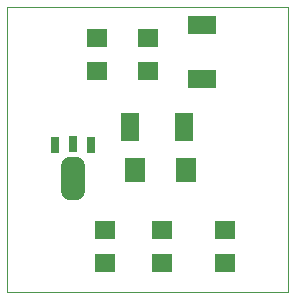
<source format=gbp>
G75*
%MOIN*%
%OFA0B0*%
%FSLAX24Y24*%
%IPPOS*%
%LPD*%
%AMOC8*
5,1,8,0,0,1.08239X$1,22.5*
%
%ADD10C,0.0000*%
%ADD11R,0.0709X0.0630*%
%ADD12R,0.0700X0.0800*%
%ADD13R,0.0315X0.0551*%
%ADD14C,0.0600*%
%ADD15R,0.0945X0.0591*%
%ADD16R,0.0591X0.0945*%
D10*
X000535Y000300D02*
X000535Y009796D01*
X009905Y009796D01*
X009905Y000300D01*
X000535Y000300D01*
D11*
X003785Y001249D03*
X003785Y002351D03*
X005685Y002351D03*
X005685Y001249D03*
X007785Y001249D03*
X007785Y002351D03*
X005235Y007649D03*
X005235Y008751D03*
X003535Y008751D03*
X003535Y007649D03*
D12*
X004785Y004350D03*
X006485Y004350D03*
D13*
X003335Y005200D03*
X002735Y005230D03*
X002135Y005200D03*
D14*
X002635Y003662D02*
X002835Y003662D01*
X002635Y003662D02*
X002635Y004498D01*
X002835Y004498D01*
X002835Y003662D01*
X002835Y004261D02*
X002635Y004261D01*
D15*
X007035Y007394D03*
X007035Y009206D03*
D16*
X006441Y005800D03*
X004630Y005800D03*
M02*

</source>
